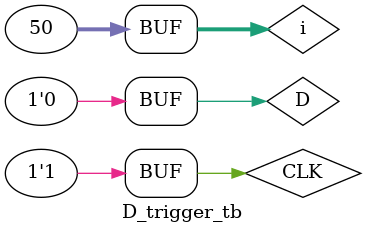
<source format=sv>
module D_trigger(D,CLK,Q);
    input logic D;    // âõîäíîé ñèãíàë
    input logic CLK;    // ñèãíàë ñèíõðîíèçàöèè
    output logic Q; 	//âûõîäíîé ñèãíàë
    
    always_ff @(posedge CLK) begin
		Q <= D;
	end
endmodule

module D_trigger_tb ();
logic D,CLK,Q;
D_trigger dut(D,CLK,Q);
integer i;
initial begin

	for (i=0; i<50; i++) begin
	CLK = i%2;#5; 
	D = i%5;#10;
	end
	end
endmodule
</source>
